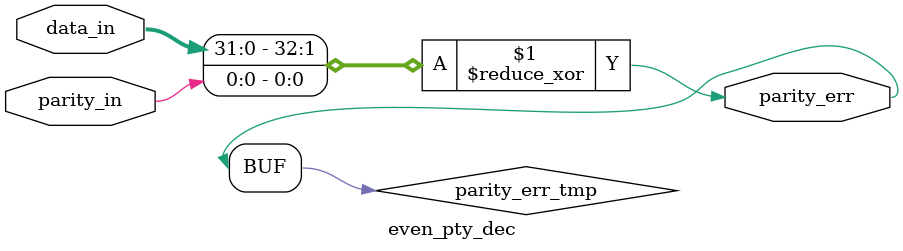
<source format=v>
/*
 * Copyright (C) 2024 Synopsys, Inc. All rights reserved.
 *
 * SYNOPSYS CONFIDENTIAL - This is an unpublished, confidential, and
 * proprietary work of Synopsys, Inc., and may be subject to patent,
 * copyright, trade secret, and other legal or contractual protection.
 * This work may be used only pursuant to the terms and conditions of a
 * written license agreement with Synopsys, Inc. All other use, reproduction,
 * distribution, or disclosure of this work is strictly prohibited.
 *
 * The entire notice above must be reproduced on all authorized copies.
 */


// ===========================================================================
//
// Description:
//  Parity ptotection decoder
//
// ===========================================================================

`include "const.def"



module even_pty_dec
  #(
    parameter DATA_SIZE = 32
    )
    (
     input   [DATA_SIZE-1:0]     data_in,
     input                       parity_in,
     output                      parity_err
    );

    wire        parity_err_tmp;

// spyglass disable_block RegInputOutput-ML
// SMD: Module output and input port should be registered
// SJ: Intended behavior - EDC/PTY are checked at the top 
assign parity_err_tmp =  (^{data_in,parity_in});
// spyglass enable_block RegInputOutput-ML

assign parity_err = parity_err_tmp;
endmodule



</source>
